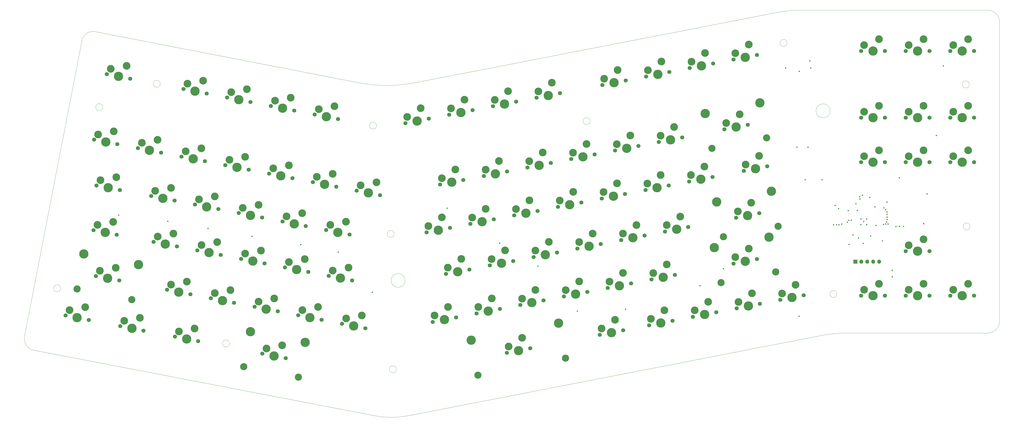
<source format=gbr>
%TF.GenerationSoftware,KiCad,Pcbnew,8.0.4*%
%TF.CreationDate,2024-08-17T15:03:33+09:00*%
%TF.ProjectId,ttaelgam,74746165-6c67-4616-9d2e-6b696361645f,rev?*%
%TF.SameCoordinates,Original*%
%TF.FileFunction,Soldermask,Top*%
%TF.FilePolarity,Negative*%
%FSLAX46Y46*%
G04 Gerber Fmt 4.6, Leading zero omitted, Abs format (unit mm)*
G04 Created by KiCad (PCBNEW 8.0.4) date 2024-08-17 15:03:33*
%MOMM*%
%LPD*%
G01*
G04 APERTURE LIST*
%ADD10C,3.048000*%
%ADD11C,3.987800*%
%ADD12C,1.750000*%
%ADD13C,3.300000*%
%ADD14R,1.700000X1.700000*%
%ADD15O,1.700000X1.700000*%
%ADD16C,0.600000*%
%TA.AperFunction,Profile*%
%ADD17C,0.050000*%
%TD*%
G04 APERTURE END LIST*
D10*
%TO.C,S63*%
X423623821Y-226170754D03*
D11*
X420715892Y-211210756D03*
D10*
X400248824Y-230714392D03*
D11*
X397340895Y-215754395D03*
%TD*%
D10*
%TO.C,S82*%
X332718655Y-282654035D03*
D11*
X329810726Y-267694036D03*
D10*
X295318659Y-289923857D03*
D11*
X292410730Y-274963859D03*
%TD*%
D10*
%TO.C,S30*%
X418691498Y-188316394D03*
D11*
X415783569Y-173356396D03*
D10*
X395316501Y-192860032D03*
D11*
X392408572Y-177900035D03*
%TD*%
D10*
%TO.C,S81*%
X218591636Y-290832583D03*
D11*
X221499565Y-275872586D03*
D10*
X195216639Y-286288945D03*
D11*
X198124568Y-271328947D03*
%TD*%
D10*
%TO.C,S76*%
X422583732Y-245779479D03*
D11*
X419675803Y-230819481D03*
D10*
X399208735Y-250323117D03*
D11*
X396300806Y-235363120D03*
%TD*%
D10*
%TO.C,S64*%
X147426556Y-257592940D03*
D11*
X150334485Y-242632943D03*
D10*
X124051559Y-253049302D03*
D11*
X126959488Y-238089304D03*
%TD*%
D12*
%TO.C,MX52*%
X166730933Y-234823044D03*
D11*
X161744267Y-233853734D03*
D12*
X156757601Y-232884424D03*
D13*
X158488922Y-230633419D03*
X165206910Y-229351723D03*
%TD*%
D12*
%TO.C,MX2*%
X179453123Y-169373051D03*
D11*
X174466457Y-168403741D03*
D12*
X169479791Y-167434431D03*
D13*
X171211112Y-165183426D03*
X177929100Y-163901730D03*
%TD*%
D12*
%TO.C,MX55*%
X222830927Y-245727778D03*
D11*
X217844261Y-244758468D03*
D12*
X212857595Y-243789158D03*
D13*
X214588916Y-241538153D03*
X221306904Y-240256457D03*
%TD*%
D12*
%TO.C,MX18*%
X159975758Y-194696864D03*
D11*
X154989092Y-193727554D03*
D12*
X150002426Y-192758244D03*
D13*
X151733747Y-190507239D03*
X158451735Y-189225543D03*
%TD*%
D12*
%TO.C,MX24*%
X289107879Y-206389162D03*
D11*
X284121213Y-207358472D03*
D12*
X279134547Y-208327782D03*
D13*
X279896559Y-205592121D03*
X285645236Y-201887151D03*
%TD*%
D12*
%TO.C,MX69*%
X247246012Y-269880143D03*
D11*
X242259346Y-268910833D03*
D12*
X237272680Y-267941523D03*
D13*
X239004001Y-265690518D03*
X245721989Y-264408822D03*
%TD*%
D12*
%TO.C,MX66*%
X191146019Y-258975408D03*
D11*
X186159353Y-258006098D03*
D12*
X181172687Y-257036788D03*
D13*
X182904008Y-254785783D03*
X189621996Y-253504087D03*
%TD*%
D12*
%TO.C,MX84*%
X378447515Y-266649508D03*
D11*
X373460849Y-267618818D03*
D12*
X368474183Y-268588128D03*
D13*
X369236195Y-265852467D03*
X374984872Y-262147497D03*
%TD*%
D12*
%TO.C,MX58*%
X310402700Y-241062974D03*
D11*
X305416034Y-242032284D03*
D12*
X300429368Y-243001594D03*
D13*
X301191380Y-240265933D03*
X306940057Y-236560963D03*
%TD*%
D12*
%TO.C,MX64*%
X142058524Y-249433766D03*
D11*
X137071858Y-248464456D03*
D12*
X132085192Y-247495146D03*
D13*
X133816513Y-245244141D03*
X140534501Y-243962445D03*
%TD*%
D12*
%TO.C,MX78*%
X129073614Y-266316308D03*
D11*
X124086948Y-265346998D03*
D12*
X119100282Y-264377688D03*
D13*
X120831603Y-262126683D03*
X127549591Y-260844987D03*
%TD*%
D12*
%TO.C,MX73*%
X342087608Y-254310605D03*
D11*
X337100942Y-255279915D03*
D12*
X332114276Y-256249225D03*
D13*
X332876288Y-253513564D03*
X338624965Y-249808594D03*
%TD*%
D12*
%TO.C,MX61*%
X366502693Y-230158240D03*
D11*
X361516027Y-231127550D03*
D12*
X356529361Y-232096860D03*
D13*
X357291373Y-229361199D03*
X363040050Y-225656229D03*
%TD*%
D12*
%TO.C,MX63*%
X415590188Y-220616598D03*
D11*
X410603522Y-221585908D03*
D12*
X405616856Y-222555218D03*
D13*
X406378868Y-219819557D03*
X412127545Y-216114587D03*
%TD*%
D12*
%TO.C,MX89*%
X488297648Y-255956553D03*
D11*
X483217648Y-255956553D03*
D12*
X478137648Y-255956553D03*
D13*
X479407648Y-253416553D03*
X485757648Y-250876553D03*
%TD*%
D12*
%TO.C,MX22*%
X234775749Y-209236510D03*
D11*
X229789083Y-208267200D03*
D12*
X224802417Y-207297890D03*
D13*
X226533738Y-205046885D03*
X233251726Y-203765189D03*
%TD*%
D12*
%TO.C,MX44*%
X358192782Y-212366970D03*
D11*
X353206116Y-213336280D03*
D12*
X348219450Y-214305590D03*
D13*
X348981462Y-211569929D03*
X354730139Y-207864959D03*
%TD*%
D12*
%TO.C,MX67*%
X209846016Y-262610320D03*
D11*
X204859350Y-261641010D03*
D12*
X199872684Y-260671700D03*
D13*
X201604005Y-258420695D03*
X208321993Y-257138999D03*
%TD*%
D12*
%TO.C,MX74*%
X360787606Y-250675694D03*
D11*
X355800940Y-251645004D03*
D12*
X350814274Y-252614314D03*
D13*
X351576286Y-249878653D03*
X357324963Y-246173683D03*
%TD*%
D12*
%TO.C,MX36*%
X184390843Y-218849229D03*
D11*
X179404177Y-217879919D03*
D12*
X174417511Y-216910609D03*
D13*
X176148832Y-214659604D03*
X182866820Y-213377908D03*
%TD*%
D12*
%TO.C,MX39*%
X240490836Y-229753963D03*
D11*
X235504170Y-228784653D03*
D12*
X230517504Y-227815343D03*
D13*
X232248825Y-225564338D03*
X238966813Y-224282642D03*
%TD*%
D12*
%TO.C,MX88*%
X469247648Y-255956553D03*
D11*
X464167648Y-255956553D03*
D12*
X459087648Y-255956553D03*
D13*
X460357648Y-253416553D03*
X466707648Y-250876553D03*
%TD*%
D12*
%TO.C,MX19*%
X178675755Y-198331776D03*
D11*
X173689089Y-197362466D03*
D12*
X168702423Y-196393156D03*
D13*
X170433744Y-194142151D03*
X177151732Y-192860455D03*
%TD*%
D12*
%TO.C,MX3*%
X198153121Y-173007963D03*
D11*
X193166455Y-172038653D03*
D12*
X188179789Y-171069343D03*
D13*
X189911110Y-168818338D03*
X196629098Y-167536642D03*
%TD*%
D12*
%TO.C,MX71*%
X304687612Y-261580428D03*
D11*
X299700946Y-262549738D03*
D12*
X294714280Y-263519048D03*
D13*
X295476292Y-260783387D03*
X301224969Y-257078417D03*
%TD*%
D12*
%TO.C,MX27*%
X345207872Y-195484428D03*
D11*
X340221206Y-196453738D03*
D12*
X335234540Y-197423048D03*
D13*
X335996552Y-194687387D03*
X341745229Y-190982417D03*
%TD*%
D12*
%TO.C,MX5*%
X235553116Y-180277785D03*
D11*
X230566450Y-179308475D03*
D12*
X225579784Y-178339165D03*
D13*
X227311105Y-176088160D03*
X234029093Y-174806464D03*
%TD*%
D12*
%TO.C,MX76*%
X414550099Y-240225323D03*
D11*
X409563433Y-241194633D03*
D12*
X404576767Y-242163943D03*
D13*
X405338779Y-239428282D03*
X411087456Y-235723312D03*
%TD*%
D12*
%TO.C,MX9*%
X330405506Y-169251887D03*
D11*
X325418840Y-170221197D03*
D12*
X320432174Y-171190507D03*
D13*
X321194186Y-168454846D03*
X326942863Y-164749876D03*
%TD*%
D12*
%TO.C,MX13*%
X414555496Y-152894786D03*
D11*
X409568830Y-153864096D03*
D12*
X404582164Y-154833406D03*
D13*
X405344176Y-152097745D03*
X411092853Y-148392775D03*
%TD*%
D12*
%TO.C,MX21*%
X216075751Y-205601598D03*
D11*
X211089085Y-204632288D03*
D12*
X206102419Y-203662978D03*
D13*
X207833740Y-201411973D03*
X214551728Y-200130277D03*
%TD*%
D12*
%TO.C,MX33*%
X507347648Y-179756553D03*
D11*
X502267648Y-179756553D03*
D12*
X497187648Y-179756553D03*
D13*
X498457648Y-177216553D03*
X504807648Y-174676553D03*
%TD*%
D12*
%TO.C,MX26*%
X326507874Y-199119339D03*
D11*
X321521208Y-200088649D03*
D12*
X316534542Y-201057959D03*
D13*
X317296554Y-198322298D03*
X323045231Y-194617328D03*
%TD*%
D12*
%TO.C,MX12*%
X395855499Y-156529697D03*
D11*
X390868833Y-157499007D03*
D12*
X385882167Y-158468317D03*
D13*
X386644179Y-155732656D03*
X392392856Y-152027686D03*
%TD*%
D12*
%TO.C,MX16*%
X507347648Y-151181553D03*
D11*
X502267648Y-151181553D03*
D12*
X497187648Y-151181553D03*
D13*
X498457648Y-148641553D03*
X504807648Y-146101553D03*
%TD*%
D12*
%TO.C,MX34*%
X142315848Y-210670679D03*
D11*
X137329182Y-209701369D03*
D12*
X132342516Y-208732059D03*
D13*
X134073837Y-206481054D03*
X140791825Y-205199358D03*
%TD*%
D12*
%TO.C,MX40*%
X283392791Y-226906616D03*
D11*
X278406125Y-227875926D03*
D12*
X273419459Y-228845236D03*
D13*
X274181471Y-226109575D03*
X279930148Y-222404605D03*
%TD*%
D12*
%TO.C,MX82*%
X317672522Y-278462970D03*
D11*
X312685856Y-279432280D03*
D12*
X307699190Y-280401590D03*
D13*
X308461202Y-277665929D03*
X314209879Y-273960959D03*
%TD*%
D12*
%TO.C,MX43*%
X339492785Y-216001881D03*
D11*
X334506119Y-216971191D03*
D12*
X329519453Y-217940501D03*
D13*
X330281465Y-215204840D03*
X336030142Y-211499870D03*
%TD*%
D12*
%TO.C,MX30*%
X410657865Y-182762238D03*
D11*
X405671199Y-183731548D03*
D12*
X400684533Y-184700858D03*
D13*
X401446545Y-181965197D03*
X407195222Y-178260227D03*
%TD*%
D12*
%TO.C,MX7*%
X293005510Y-176521710D03*
D11*
X288018844Y-177491020D03*
D12*
X283032178Y-178460330D03*
D13*
X283794190Y-175724669D03*
X289542867Y-172019699D03*
%TD*%
D12*
%TO.C,MX68*%
X228546014Y-266245231D03*
D11*
X223559348Y-265275921D03*
D12*
X218572682Y-264306611D03*
D13*
X220304003Y-262055606D03*
X227021991Y-260773910D03*
%TD*%
D12*
%TO.C,MX17*%
X141275760Y-191061953D03*
D11*
X136289094Y-190092643D03*
D12*
X131302428Y-189123333D03*
D13*
X133033749Y-186872328D03*
X139751737Y-185590632D03*
%TD*%
D12*
%TO.C,MX35*%
X165690845Y-215214318D03*
D11*
X160704179Y-214245008D03*
D12*
X155717513Y-213275698D03*
D13*
X157448834Y-211024693D03*
X164166822Y-209742997D03*
%TD*%
D12*
%TO.C,MX4*%
X216853119Y-176642874D03*
D11*
X211866453Y-175673564D03*
D12*
X206879787Y-174704254D03*
D13*
X208611108Y-172453249D03*
X215329096Y-171171553D03*
%TD*%
D12*
%TO.C,MX8*%
X311705508Y-172886798D03*
D11*
X306718842Y-173856108D03*
D12*
X301732176Y-174825418D03*
D13*
X302494188Y-172089757D03*
X308242865Y-168384787D03*
%TD*%
D12*
%TO.C,MX1*%
X146728127Y-163011956D03*
D11*
X141741461Y-162042646D03*
D12*
X136754795Y-161073336D03*
D13*
X138486116Y-158822331D03*
X145204104Y-157540635D03*
%TD*%
D12*
%TO.C,MX49*%
X488297648Y-198806553D03*
D11*
X483217648Y-198806553D03*
D12*
X478137648Y-198806553D03*
D13*
X479407648Y-196266553D03*
X485757648Y-193726553D03*
%TD*%
D14*
%TO.C,J3*%
X456634740Y-241390260D03*
D15*
X459174740Y-241390260D03*
X461714739Y-241390260D03*
X464254740Y-241390260D03*
X466794740Y-241390260D03*
%TD*%
D12*
%TO.C,MX83*%
X357410018Y-270738783D03*
D11*
X352423352Y-271708093D03*
D12*
X347436686Y-272677403D03*
D13*
X348198698Y-269941742D03*
X353947375Y-266236772D03*
%TD*%
D12*
%TO.C,MX48*%
X469247648Y-198806553D03*
D11*
X464167648Y-198806553D03*
D12*
X459087648Y-198806553D03*
D13*
X460357648Y-196266553D03*
X466707648Y-193726553D03*
%TD*%
D12*
%TO.C,MX62*%
X385202691Y-226523329D03*
D11*
X380216025Y-227492639D03*
D12*
X375229359Y-228461949D03*
D13*
X375991371Y-225726288D03*
X381740048Y-222021318D03*
%TD*%
D12*
%TO.C,MX75*%
X379487603Y-247040782D03*
D11*
X374500937Y-248010092D03*
D12*
X369514271Y-248979402D03*
D13*
X370276283Y-246243741D03*
X376024960Y-242538771D03*
%TD*%
D12*
%TO.C,MX25*%
X307807876Y-202754251D03*
D11*
X302821210Y-203723561D03*
D12*
X297834544Y-204692871D03*
D13*
X298596556Y-201957210D03*
X304345233Y-198252240D03*
%TD*%
D12*
%TO.C,MX32*%
X488297648Y-179756553D03*
D11*
X483217648Y-179756553D03*
D12*
X478137648Y-179756553D03*
D13*
X479407648Y-177216553D03*
X485757648Y-174676553D03*
%TD*%
D12*
%TO.C,MX15*%
X488297648Y-151181553D03*
D11*
X483217648Y-151181553D03*
D12*
X478137648Y-151181553D03*
D13*
X479407648Y-148641553D03*
X485757648Y-146101553D03*
%TD*%
D12*
%TO.C,MX41*%
X302092789Y-223271704D03*
D11*
X297106123Y-224241014D03*
D12*
X292119457Y-225210324D03*
D13*
X292881469Y-222474663D03*
X298630146Y-218769693D03*
%TD*%
D12*
%TO.C,MX86*%
X415847511Y-259379685D03*
D11*
X410860845Y-260348995D03*
D12*
X405874179Y-261318305D03*
D13*
X406636191Y-258582644D03*
X412384868Y-254877674D03*
%TD*%
D12*
%TO.C,MX60*%
X347802695Y-233793151D03*
D11*
X342816029Y-234762461D03*
D12*
X337829363Y-235731771D03*
D13*
X338591375Y-232996110D03*
X344340052Y-229291140D03*
%TD*%
D12*
%TO.C,MX10*%
X358455503Y-163799520D03*
D11*
X353468837Y-164768830D03*
D12*
X348482171Y-165738140D03*
D13*
X349244183Y-163002479D03*
X354992860Y-159297509D03*
%TD*%
D12*
%TO.C,MX81*%
X213223604Y-282673409D03*
D11*
X208236938Y-281704099D03*
D12*
X203250272Y-280734789D03*
D13*
X204981593Y-278483784D03*
X211699581Y-277202088D03*
%TD*%
D12*
%TO.C,MX65*%
X172446021Y-255340497D03*
D11*
X167459355Y-254371187D03*
D12*
X162472689Y-253401877D03*
D13*
X164204010Y-251150872D03*
X170921998Y-249869176D03*
%TD*%
D12*
%TO.C,MX14*%
X469247648Y-151181553D03*
D11*
X464167648Y-151181553D03*
D12*
X459087648Y-151181553D03*
D13*
X460357648Y-148641553D03*
X466707648Y-146101553D03*
%TD*%
D12*
%TO.C,MX38*%
X221790839Y-226119052D03*
D11*
X216804173Y-225149742D03*
D12*
X211817507Y-224180432D03*
D13*
X213548828Y-221929427D03*
X220266816Y-220647731D03*
%TD*%
D12*
%TO.C,MX46*%
X395592778Y-205097147D03*
D11*
X390606112Y-206066457D03*
D12*
X385619446Y-207035767D03*
D13*
X386381458Y-204300106D03*
X392130135Y-200595136D03*
%TD*%
D12*
%TO.C,MX53*%
X185430931Y-238457955D03*
D11*
X180444265Y-237488645D03*
D12*
X175457599Y-236519335D03*
D13*
X177188920Y-234268330D03*
X183906908Y-232986634D03*
%TD*%
D12*
%TO.C,MX29*%
X382607868Y-188214605D03*
D11*
X377621202Y-189183915D03*
D12*
X372634536Y-190153225D03*
D13*
X373396548Y-187417564D03*
X379145225Y-183712594D03*
%TD*%
D12*
%TO.C,MX23*%
X253475747Y-212871421D03*
D11*
X248489081Y-211902111D03*
D12*
X243502415Y-210932801D03*
D13*
X245233736Y-208681796D03*
X251951724Y-207400100D03*
%TD*%
D12*
%TO.C,MX31*%
X469247648Y-179756553D03*
D11*
X464167648Y-179756553D03*
D12*
X459087648Y-179756553D03*
D13*
X460357648Y-177216553D03*
X466707648Y-174676553D03*
%TD*%
D12*
%TO.C,MX37*%
X203090841Y-222484141D03*
D11*
X198104175Y-221514831D03*
D12*
X193117509Y-220545521D03*
D13*
X194848830Y-218294516D03*
X201566818Y-217012820D03*
%TD*%
D12*
%TO.C,MX42*%
X320792787Y-219636793D03*
D11*
X315806121Y-220606103D03*
D12*
X310819455Y-221575413D03*
D13*
X311581467Y-218839752D03*
X317330144Y-215134782D03*
%TD*%
D12*
%TO.C,MX90*%
X507347648Y-255956553D03*
D11*
X502267648Y-255956553D03*
D12*
X497187648Y-255956553D03*
D13*
X498457648Y-253416553D03*
X504807648Y-250876553D03*
%TD*%
D12*
%TO.C,MX45*%
X376892780Y-208732059D03*
D11*
X371906114Y-209701369D03*
D12*
X366919448Y-210670679D03*
D13*
X367681460Y-207935018D03*
X373430137Y-204230048D03*
%TD*%
D12*
%TO.C,MX20*%
X197375753Y-201966687D03*
D11*
X192389087Y-200997377D03*
D12*
X187402421Y-200028067D03*
D13*
X189133742Y-197777062D03*
X195851730Y-196495366D03*
%TD*%
D12*
%TO.C,MX85*%
X397147513Y-263014597D03*
D11*
X392160847Y-263983907D03*
D12*
X387174181Y-264953217D03*
D13*
X387936193Y-262217556D03*
X393684870Y-258512586D03*
%TD*%
D12*
%TO.C,MX50*%
X507347648Y-198806553D03*
D11*
X502267648Y-198806553D03*
D12*
X497187648Y-198806553D03*
D13*
X498457648Y-196266553D03*
X504807648Y-193726553D03*
%TD*%
D12*
%TO.C,MX54*%
X204130929Y-242092866D03*
D11*
X199144263Y-241123556D03*
D12*
X194157597Y-240154246D03*
D13*
X195888918Y-237903241D03*
X202606906Y-236621545D03*
%TD*%
D12*
%TO.C,MX11*%
X377155501Y-160164608D03*
D11*
X372168835Y-161133918D03*
D12*
X367182169Y-162103228D03*
D13*
X367944181Y-159367567D03*
X373692858Y-155662597D03*
%TD*%
D12*
%TO.C,MX80*%
X175823609Y-275403587D03*
D11*
X170836943Y-274434277D03*
D12*
X165850277Y-273464967D03*
D13*
X167581598Y-271213962D03*
X174299586Y-269932266D03*
%TD*%
D12*
%TO.C,MX28*%
X363907870Y-191849517D03*
D11*
X358921204Y-192818827D03*
D12*
X353934538Y-193788137D03*
D13*
X354696550Y-191052476D03*
X360445227Y-187347506D03*
%TD*%
D12*
%TO.C,MX57*%
X291702702Y-244697886D03*
D11*
X286716036Y-245667196D03*
D12*
X281729370Y-246636506D03*
D13*
X282491382Y-243900845D03*
X288240059Y-240195875D03*
%TD*%
D12*
%TO.C,MX59*%
X329102698Y-237428063D03*
D11*
X324116032Y-238397373D03*
D12*
X319129366Y-239366683D03*
D13*
X319891378Y-236631022D03*
X325640055Y-232926052D03*
%TD*%
D12*
%TO.C,MX47*%
X418967775Y-200553508D03*
D11*
X413981109Y-201522818D03*
D12*
X408994443Y-202492128D03*
D13*
X409756455Y-199756467D03*
X415505132Y-196051497D03*
%TD*%
D12*
%TO.C,MX6*%
X274305513Y-180156621D03*
D11*
X269318847Y-181125931D03*
D12*
X264332181Y-182095241D03*
D13*
X265094193Y-179359580D03*
X270842870Y-175654610D03*
%TD*%
D12*
%TO.C,MX79*%
X152448611Y-270859948D03*
D11*
X147461945Y-269890638D03*
D12*
X142475279Y-268921328D03*
D13*
X144206600Y-266670323D03*
X150924588Y-265388627D03*
%TD*%
D12*
%TO.C,MX56*%
X241530925Y-249362689D03*
D11*
X236544259Y-248393379D03*
D12*
X231557593Y-247424069D03*
D13*
X233288914Y-245173064D03*
X240006902Y-243891368D03*
%TD*%
D12*
%TO.C,MX70*%
X285987614Y-265215339D03*
D11*
X281000948Y-266184649D03*
D12*
X276014282Y-267153959D03*
D13*
X276776294Y-264418298D03*
X282524971Y-260713328D03*
%TD*%
D12*
%TO.C,MX77*%
X488297648Y-236906553D03*
D11*
X483217648Y-236906553D03*
D12*
X478137648Y-236906553D03*
D13*
X479407648Y-234366553D03*
X485757648Y-231826553D03*
%TD*%
D12*
%TO.C,MX72*%
X323387610Y-257945516D03*
D11*
X318400944Y-258914826D03*
D12*
X313414278Y-259884136D03*
D13*
X314176290Y-257148475D03*
X319924967Y-253443505D03*
%TD*%
D12*
%TO.C,MX51*%
X141018436Y-229825040D03*
D11*
X136031770Y-228855730D03*
D12*
X131045104Y-227886420D03*
D13*
X132776425Y-225635415D03*
X139494413Y-224353719D03*
%TD*%
D12*
%TO.C,MX87*%
X434547509Y-255744774D03*
D11*
X429560843Y-256714084D03*
D12*
X424574177Y-257683394D03*
D13*
X425336189Y-254947733D03*
X431084866Y-251242763D03*
%TD*%
D16*
X487282183Y-212382268D03*
X448009740Y-217296311D03*
X468658261Y-225446311D03*
X468184740Y-232490260D03*
X453609740Y-219496311D03*
X449395526Y-218682097D03*
X459019480Y-225486571D03*
X437109740Y-155396311D03*
X461419480Y-225486571D03*
X460219460Y-224286581D03*
X432628506Y-159939774D03*
X459992629Y-233595167D03*
X461419480Y-223086571D03*
X458484740Y-213615260D03*
X456834740Y-216565260D03*
X463159740Y-230319244D03*
X470209740Y-215896311D03*
X465009740Y-217896311D03*
X453909740Y-234015260D03*
X459019480Y-223086571D03*
X459682648Y-212940260D03*
X455619480Y-229886571D03*
X458534740Y-214515260D03*
X462809740Y-213840260D03*
X457509740Y-219465260D03*
X457934740Y-231315260D03*
X494209740Y-157496311D03*
X477209740Y-226296311D03*
X437609740Y-158496311D03*
X426809740Y-158496311D03*
X431609740Y-192296311D03*
X491209740Y-187296311D03*
X436409740Y-192296311D03*
X475409740Y-226296311D03*
X474009740Y-226296311D03*
X475409740Y-205496311D03*
X442409740Y-206296311D03*
X435209740Y-206296311D03*
X472409740Y-247896311D03*
X472409740Y-245096311D03*
X454809740Y-223696311D03*
X141809740Y-221496311D03*
X453809740Y-223696311D03*
X162809740Y-224096311D03*
X453209740Y-224496311D03*
X180009740Y-227096311D03*
X450809740Y-225296311D03*
X198809740Y-230496311D03*
X219609740Y-234096311D03*
X449573864Y-225615030D03*
X468809740Y-218296311D03*
X282209740Y-218496311D03*
X469609740Y-219096311D03*
X304609740Y-233496311D03*
X470209740Y-220096311D03*
X321009740Y-243296311D03*
X470209740Y-221096311D03*
X337809740Y-262496311D03*
X470209740Y-222296311D03*
X358409740Y-261696311D03*
X470209740Y-223296311D03*
X390209740Y-251696311D03*
X400209740Y-244296311D03*
X470009740Y-224296311D03*
X432609740Y-264696311D03*
X465409740Y-225896311D03*
X469609740Y-225296311D03*
X470609740Y-225296311D03*
X485809740Y-225096311D03*
X235609740Y-237296311D03*
X448609740Y-225496311D03*
X250209740Y-254496311D03*
X447332442Y-225573609D03*
D17*
X518209740Y-265496311D02*
X518209740Y-266896311D01*
X259609740Y-229496311D02*
G75*
G02*
X256609740Y-229496311I-1500000J0D01*
G01*
X256609740Y-229496311D02*
G75*
G02*
X259609740Y-229496311I1500000J0D01*
G01*
X265437832Y-307329325D02*
G75*
G02*
X251379039Y-307342807I-7064232J36319425D01*
G01*
X135009740Y-175196311D02*
G75*
G02*
X132009740Y-175196311I-1500000J0D01*
G01*
X132009740Y-175196311D02*
G75*
G02*
X135009740Y-175196311I1500000J0D01*
G01*
X126058534Y-146810875D02*
G75*
G02*
X131923193Y-142853234I4908866J-950125D01*
G01*
X518209740Y-141696311D02*
X518209740Y-265496311D01*
X513209740Y-133696311D02*
G75*
G02*
X518209689Y-138696311I-40J-4999989D01*
G01*
X108809740Y-279896311D02*
X105509757Y-279252412D01*
X268442894Y-164756920D02*
G75*
G02*
X244377335Y-164753073I-12022894J61842120D01*
G01*
X448709740Y-255196311D02*
G75*
G02*
X445709740Y-255196311I-1500000J0D01*
G01*
X445709740Y-255196311D02*
G75*
G02*
X448709740Y-255196311I1500000J0D01*
G01*
X159609740Y-165196311D02*
G75*
G02*
X156609740Y-165196311I-1500000J0D01*
G01*
X156609740Y-165196311D02*
G75*
G02*
X159609740Y-165196311I1500000J0D01*
G01*
X441651426Y-273055222D02*
X265437832Y-307329325D01*
X431773007Y-133696311D02*
X513209740Y-133696311D01*
X424711961Y-134376322D02*
X268442894Y-164756920D01*
X424711961Y-134376322D02*
G75*
G02*
X431773007Y-133696313I7061039J-36319978D01*
G01*
X518209740Y-266896311D02*
G75*
G02*
X513209740Y-271896340I-5000040J11D01*
G01*
X505609740Y-226296311D02*
G75*
G02*
X502609740Y-226296311I-1500000J0D01*
G01*
X502609740Y-226296311D02*
G75*
G02*
X505609740Y-226296311I1500000J0D01*
G01*
X101558410Y-273394850D02*
X126058534Y-146810875D01*
X513209740Y-271896311D02*
X511809740Y-271896311D01*
X505309740Y-165496311D02*
G75*
G02*
X502309740Y-165496311I-1500000J0D01*
G01*
X502309740Y-165496311D02*
G75*
G02*
X505309740Y-165496311I1500000J0D01*
G01*
X117009740Y-252796311D02*
G75*
G02*
X114009740Y-252796311I-1500000J0D01*
G01*
X114009740Y-252796311D02*
G75*
G02*
X117009740Y-252796311I1500000J0D01*
G01*
X518209740Y-141696311D02*
X518209740Y-138696311D01*
X252009740Y-183096311D02*
G75*
G02*
X249009740Y-183096311I-1500000J0D01*
G01*
X249009740Y-183096311D02*
G75*
G02*
X252009740Y-183096311I1500000J0D01*
G01*
X445809740Y-176796311D02*
G75*
G02*
X439809740Y-176796311I-3000000J0D01*
G01*
X439809740Y-176796311D02*
G75*
G02*
X445809740Y-176796311I3000000J0D01*
G01*
X260509740Y-287396311D02*
G75*
G02*
X257509740Y-287396311I-1500000J0D01*
G01*
X257509740Y-287396311D02*
G75*
G02*
X260509740Y-287396311I1500000J0D01*
G01*
X105509757Y-279252412D02*
G75*
G02*
X101558450Y-273394858I957543J4907412D01*
G01*
X189209740Y-276396311D02*
G75*
G02*
X186209740Y-276396311I-1500000J0D01*
G01*
X186209740Y-276396311D02*
G75*
G02*
X189209740Y-276396311I1500000J0D01*
G01*
X264150828Y-249396311D02*
G75*
G02*
X258268652Y-249396311I-2941088J0D01*
G01*
X258268652Y-249396311D02*
G75*
G02*
X264150828Y-249396311I2941088J0D01*
G01*
X343309740Y-181196311D02*
G75*
G02*
X340309740Y-181196311I-1500000J0D01*
G01*
X340309740Y-181196311D02*
G75*
G02*
X343309740Y-181196311I1500000J0D01*
G01*
X441651426Y-273055222D02*
G75*
G02*
X453679714Y-271896313I12028274J-61841078D01*
G01*
X427409740Y-147696311D02*
G75*
G02*
X424409740Y-147696311I-1500000J0D01*
G01*
X424409740Y-147696311D02*
G75*
G02*
X427409740Y-147696311I1500000J0D01*
G01*
X244377337Y-164753061D02*
X131923203Y-142853183D01*
X251379039Y-307342807D02*
X108809740Y-279896311D01*
X511809740Y-271896311D02*
X453679714Y-271896311D01*
M02*

</source>
